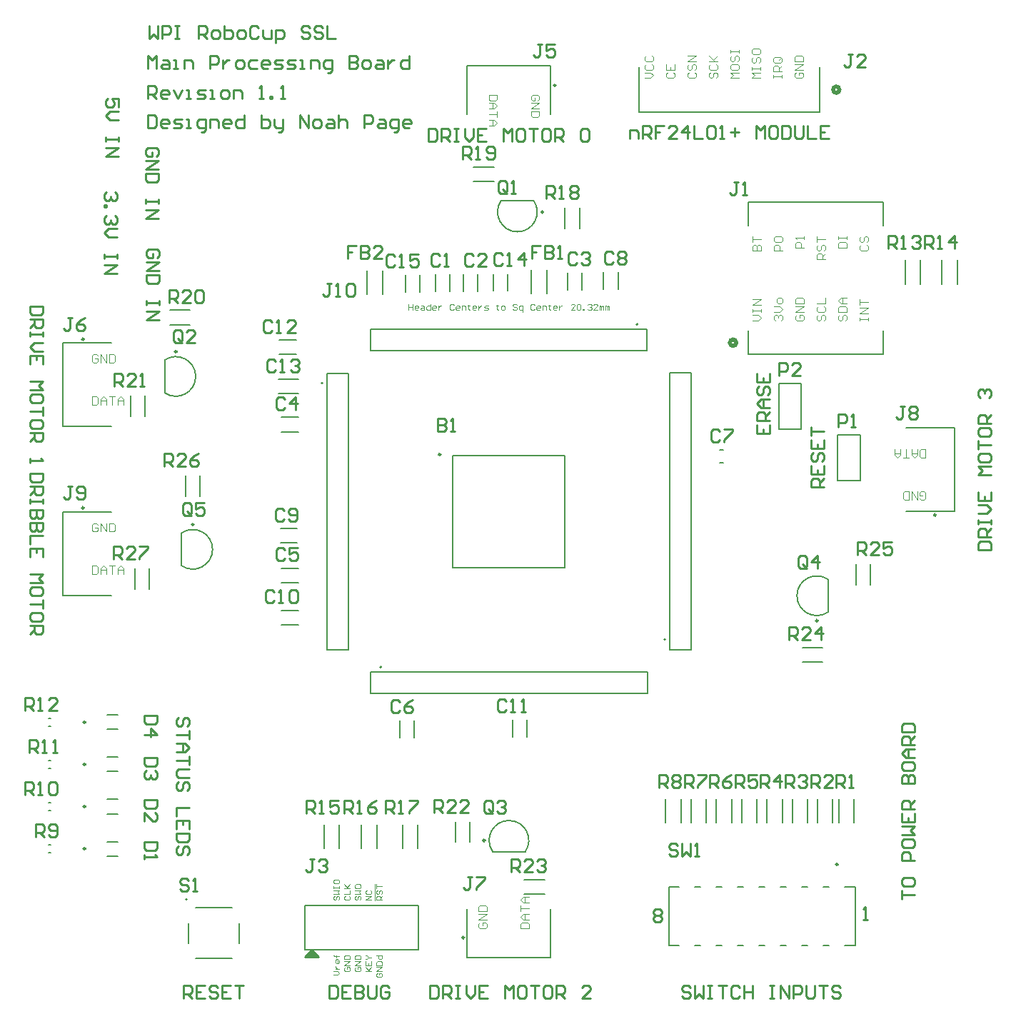
<source format=gto>
G04*
G04 #@! TF.GenerationSoftware,Altium Limited,Altium Designer,22.9.1 (49)*
G04*
G04 Layer_Color=65535*
%FSLAX44Y44*%
%MOMM*%
G71*
G04*
G04 #@! TF.SameCoordinates,63DD9504-EA5A-40A3-A547-44A0B6CD77F8*
G04*
G04*
G04 #@! TF.FilePolarity,Positive*
G04*
G01*
G75*
%ADD10C,0.2500*%
%ADD11C,0.5080*%
%ADD12C,0.2000*%
%ADD13C,0.2540*%
%ADD14C,0.1524*%
%ADD15C,0.1000*%
%ADD16C,0.1270*%
D10*
X519000Y667500D02*
G03*
X519000Y667500I-1250J0D01*
G01*
X655500Y1105250D02*
G03*
X655500Y1105250I-1250J0D01*
G01*
X96000Y804250D02*
G03*
X96000Y804250I-1250J0D01*
G01*
X547000Y94750D02*
G03*
X547000Y94750I-1250J0D01*
G01*
X1106500Y595750D02*
G03*
X1106500Y595750I-1250J0D01*
G01*
X96000Y604250D02*
G03*
X96000Y604250I-1250J0D01*
G01*
X640750Y955000D02*
G03*
X640750Y955000I-1250J0D01*
G01*
X206250Y789500D02*
G03*
X206250Y789500I-1250J0D01*
G01*
X571750Y210000D02*
G03*
X571750Y210000I-1250J0D01*
G01*
X966250Y470500D02*
G03*
X966250Y470500I-1250J0D01*
G01*
X226250Y584500D02*
G03*
X226250Y584500I-1250J0D01*
G01*
X97750Y200000D02*
G03*
X97750Y200000I-1250J0D01*
G01*
Y250000D02*
G03*
X97750Y250000I-1250J0D01*
G01*
Y300000D02*
G03*
X97750Y300000I-1250J0D01*
G01*
Y350000D02*
G03*
X97750Y350000I-1250J0D01*
G01*
X990150Y181300D02*
G03*
X990150Y181300I-1250J0D01*
G01*
D11*
X869520Y800000D02*
G03*
X869520Y800000I-3810J0D01*
G01*
X991910Y1100000D02*
G03*
X991910Y1100000I-3810J0D01*
G01*
D12*
X379400Y752025D02*
G03*
X379400Y752025I-1000J0D01*
G01*
X785800Y447975D02*
G03*
X785800Y447975I-1000J0D01*
G01*
X448975Y415200D02*
G03*
X448975Y415200I-1000J0D01*
G01*
X753025Y821600D02*
G03*
X753025Y821600I-1000J0D01*
G01*
X218500Y140040D02*
G03*
X218500Y140040I-1000J0D01*
G01*
X590661Y968352D02*
G03*
X629337Y968355I19339J-13352D01*
G01*
X191649Y740661D02*
G03*
X191645Y779337I13352J19339D01*
G01*
X619339Y196649D02*
G03*
X580663Y196645I-19339J13352D01*
G01*
X978352Y519339D02*
G03*
X978355Y480663I-13352J-19339D01*
G01*
X211649Y535661D02*
G03*
X211645Y574337I13352J19339D01*
G01*
X533500Y666500D02*
X666500D01*
Y533500D02*
Y666500D01*
X533500Y533500D02*
X666500D01*
X533500D02*
Y666500D01*
X530000Y860939D02*
Y881061D01*
X513000Y860939D02*
Y881061D01*
X563000Y860939D02*
Y881061D01*
X546000Y860939D02*
Y881061D01*
X686250Y862689D02*
Y882811D01*
X669250Y862689D02*
Y882811D01*
X329939Y711500D02*
X350061D01*
X329939Y694500D02*
X350061D01*
X329939Y532750D02*
X350061D01*
X329939Y515750D02*
X350061D01*
X470250Y331689D02*
Y351811D01*
X487250Y331689D02*
Y351811D01*
X729250Y863439D02*
Y883561D01*
X712250Y863439D02*
Y883561D01*
X328939Y579500D02*
X349061D01*
X328939Y562500D02*
X349061D01*
X329939Y482750D02*
X350061D01*
X329939Y465750D02*
X350061D01*
X604250Y332439D02*
Y352561D01*
X621250Y332439D02*
Y352561D01*
X327689Y803250D02*
X347811D01*
X327689Y786250D02*
X347811D01*
X598250Y861439D02*
Y881561D01*
X581250Y861439D02*
Y881561D01*
X494250Y860189D02*
Y880311D01*
X477250Y860189D02*
Y880311D01*
X850000Y658000D02*
X854500D01*
X850000Y672500D02*
X854500D01*
X380439Y200439D02*
Y228561D01*
X398561Y200439D02*
Y228561D01*
X425189Y200439D02*
Y228561D01*
X443311Y200439D02*
Y228561D01*
X473939Y200439D02*
Y228561D01*
X492061Y200439D02*
Y228561D01*
X53750Y204500D02*
X56250D01*
X53750Y195500D02*
X56250D01*
X53750Y254500D02*
X56250D01*
X53750Y245500D02*
X56250D01*
X53750Y304500D02*
X56250D01*
X53750Y295500D02*
X56250D01*
X53750Y354500D02*
X56250D01*
X53750Y345500D02*
X56250D01*
X683561Y935669D02*
Y959791D01*
X666439Y935669D02*
Y959791D01*
X557939Y1008561D02*
X582061D01*
X557939Y991439D02*
X582061D01*
X197939Y838561D02*
X222061D01*
X197939Y821439D02*
X222061D01*
X151439Y712939D02*
Y737061D01*
X168561Y712939D02*
Y737061D01*
X536439Y207939D02*
Y232061D01*
X553561Y207939D02*
Y232061D01*
X617939Y146439D02*
X642061D01*
X617939Y163561D02*
X642061D01*
X947939Y421439D02*
X972061D01*
X947939Y438561D02*
X972061D01*
X1028561Y512939D02*
Y537061D01*
X1011439Y512939D02*
Y537061D01*
X216439Y617939D02*
Y642061D01*
X233561Y617939D02*
Y642061D01*
X156439Y507939D02*
Y532061D01*
X173561Y507939D02*
Y532061D01*
X326439Y739439D02*
X350561D01*
X326439Y756561D02*
X350561D01*
X989800Y690350D02*
X1016700D01*
X989800Y636550D02*
Y690350D01*
Y636550D02*
X1016700D01*
Y690350D01*
X919800Y751400D02*
X946700D01*
X919800Y697600D02*
Y751400D01*
Y697600D02*
X946700D01*
Y751400D01*
X990939Y230939D02*
Y259061D01*
X1009061Y230939D02*
Y259061D01*
X965939Y230939D02*
Y259061D01*
X984061Y230939D02*
Y259061D01*
X935939Y230939D02*
Y259061D01*
X954061Y230939D02*
Y259061D01*
X905939Y230939D02*
Y259061D01*
X924061Y230939D02*
Y259061D01*
X875939Y230939D02*
Y259061D01*
X894061Y230939D02*
Y259061D01*
X845939Y230939D02*
Y259061D01*
X864061Y230939D02*
Y259061D01*
X815939Y230939D02*
Y259061D01*
X834061Y230939D02*
Y259061D01*
X785939Y230939D02*
Y259061D01*
X804061Y230939D02*
Y259061D01*
X1069939Y869689D02*
Y897811D01*
X1088061Y869689D02*
Y897811D01*
X1113439Y869689D02*
Y897811D01*
X1131561Y869689D02*
Y897811D01*
X626709Y857959D02*
Y886541D01*
X645291Y857959D02*
Y886541D01*
X431459Y857209D02*
Y885791D01*
X450041Y857209D02*
Y885791D01*
X550500Y1071250D02*
Y1128750D01*
X649500D01*
Y1071250D02*
Y1128750D01*
X71250Y700500D02*
X128750D01*
X71250D02*
Y799500D01*
X128750D01*
X649500Y71250D02*
Y128750D01*
X550500Y71250D02*
X649500D01*
X550500D02*
Y128750D01*
X1071250Y699500D02*
X1128750D01*
Y600500D02*
Y699500D01*
X1071250Y600500D02*
X1128750D01*
X71250Y500500D02*
X128750D01*
X71250D02*
Y599500D01*
X128750D01*
X590663Y968350D02*
X629337D01*
X191650Y740663D02*
Y779337D01*
X580663Y196650D02*
X619337D01*
X978350Y480663D02*
Y519337D01*
X211650Y535663D02*
Y574337D01*
X123750Y191500D02*
X136250D01*
X123750Y208500D02*
X136250D01*
X123750Y241500D02*
X136250D01*
X123750Y258500D02*
X136250D01*
X123750Y291500D02*
X136250D01*
X123750Y308500D02*
X136250D01*
X123750Y341500D02*
X136250D01*
X123750Y358500D02*
X136250D01*
X998300Y85250D02*
X1010450D01*
X972900D02*
X979500D01*
X947500D02*
X954100D01*
X922100D02*
X928700D01*
X896700D02*
X903300D01*
X871300D02*
X877900D01*
X845900D02*
X852500D01*
X820500D02*
X827100D01*
X789550D02*
X801700D01*
X789550D02*
Y154750D01*
X998300D02*
X1010450D01*
X972900D02*
X979500D01*
X947500D02*
X954100D01*
X922100D02*
X928700D01*
X896700D02*
X903300D01*
X871300D02*
X877900D01*
X845900D02*
X852500D01*
X820500D02*
X827100D01*
X789550D02*
X801700D01*
X1010450Y85250D02*
Y154750D01*
D13*
X360000Y74000D02*
X372000D01*
X360000D02*
X362000Y76000D01*
X370000D01*
X366000Y72000D02*
X370000Y76000D01*
X366000Y72000D02*
Y80000D01*
X358000Y72000D02*
X374000D01*
X366000Y80000D02*
X374000Y72000D01*
X366000Y80000D02*
X366000D01*
X358000Y72000D02*
X366000Y80000D01*
X182828Y900740D02*
X185368Y903279D01*
Y908357D01*
X182828Y910896D01*
X172672D01*
X170133Y908357D01*
Y903279D01*
X172672Y900740D01*
X177750D01*
Y905818D01*
X170133Y895661D02*
X185368D01*
X170133Y885505D01*
X185368D01*
Y880426D02*
X170133D01*
Y872809D01*
X172672Y870270D01*
X182828D01*
X185368Y872809D01*
Y880426D01*
Y849956D02*
Y844878D01*
Y847417D01*
X170133D01*
Y849956D01*
Y844878D01*
Y837260D02*
X185368D01*
X170133Y827104D01*
X185368D01*
X182078Y1020490D02*
X184618Y1023029D01*
Y1028107D01*
X182078Y1030646D01*
X171922D01*
X169382Y1028107D01*
Y1023029D01*
X171922Y1020490D01*
X177000D01*
Y1025568D01*
X169382Y1015411D02*
X184618D01*
X169382Y1005255D01*
X184618D01*
Y1000176D02*
X169382D01*
Y992559D01*
X171922Y990020D01*
X182078D01*
X184618Y992559D01*
Y1000176D01*
Y969706D02*
Y964628D01*
Y967167D01*
X169382D01*
Y969706D01*
Y964628D01*
Y957010D02*
X184618D01*
X169382Y946853D01*
X184618D01*
X133078Y978494D02*
X135618Y975955D01*
Y970877D01*
X133078Y968338D01*
X130539D01*
X128000Y970877D01*
Y973416D01*
Y970877D01*
X125461Y968338D01*
X122922D01*
X120382Y970877D01*
Y975955D01*
X122922Y978494D01*
X120382Y963259D02*
X122922D01*
Y960720D01*
X120382D01*
Y963259D01*
X133078Y950563D02*
X135618Y948024D01*
Y942946D01*
X133078Y940407D01*
X130539D01*
X128000Y942946D01*
Y945485D01*
Y942946D01*
X125461Y940407D01*
X122922D01*
X120382Y942946D01*
Y948024D01*
X122922Y950563D01*
X135618Y935328D02*
X125461D01*
X120382Y930250D01*
X125461Y925172D01*
X135618D01*
Y904858D02*
Y899780D01*
Y902319D01*
X120382D01*
Y904858D01*
Y899780D01*
Y892162D02*
X135618D01*
X120382Y882006D01*
X135618D01*
X136868Y1079372D02*
Y1089529D01*
X129250D01*
X131789Y1084451D01*
Y1081911D01*
X129250Y1079372D01*
X124172D01*
X121632Y1081911D01*
Y1086990D01*
X124172Y1089529D01*
X136868Y1074294D02*
X126711D01*
X121632Y1069215D01*
X126711Y1064137D01*
X136868D01*
Y1043824D02*
Y1038745D01*
Y1041284D01*
X121632D01*
Y1043824D01*
Y1038745D01*
Y1031128D02*
X136868D01*
X121632Y1020971D01*
X136868D01*
X894133Y702858D02*
Y692701D01*
X909368D01*
Y702858D01*
X901750Y692701D02*
Y697780D01*
X909368Y707937D02*
X894133D01*
Y715554D01*
X896672Y718093D01*
X901750D01*
X904289Y715554D01*
Y707937D01*
Y713015D02*
X909368Y718093D01*
Y723172D02*
X899211D01*
X894133Y728250D01*
X899211Y733328D01*
X909368D01*
X901750D01*
Y723172D01*
X896672Y748563D02*
X894133Y746024D01*
Y740946D01*
X896672Y738407D01*
X899211D01*
X901750Y740946D01*
Y746024D01*
X904289Y748563D01*
X906828D01*
X909368Y746024D01*
Y740946D01*
X906828Y738407D01*
X894133Y763799D02*
Y753642D01*
X909368D01*
Y763799D01*
X901750Y753642D02*
Y758720D01*
X973118Y628951D02*
X957883D01*
Y636569D01*
X960422Y639108D01*
X965500D01*
X968039Y636569D01*
Y628951D01*
Y634030D02*
X973118Y639108D01*
X957883Y654343D02*
Y644187D01*
X973118D01*
Y654343D01*
X965500Y644187D02*
Y649265D01*
X960422Y669578D02*
X957883Y667039D01*
Y661961D01*
X960422Y659422D01*
X962961D01*
X965500Y661961D01*
Y667039D01*
X968039Y669578D01*
X970578D01*
X973118Y667039D01*
Y661961D01*
X970578Y659422D01*
X957883Y684813D02*
Y674657D01*
X973118D01*
Y684813D01*
X965500Y674657D02*
Y679735D01*
X957883Y689892D02*
Y700049D01*
Y694970D01*
X973118D01*
X218328Y344847D02*
X220868Y347386D01*
Y352464D01*
X218328Y355004D01*
X215789D01*
X213250Y352464D01*
Y347386D01*
X210711Y344847D01*
X208172D01*
X205632Y347386D01*
Y352464D01*
X208172Y355004D01*
X220868Y339769D02*
Y329612D01*
Y334690D01*
X205632D01*
Y324534D02*
X215789D01*
X220868Y319455D01*
X215789Y314377D01*
X205632D01*
X213250D01*
Y324534D01*
X220868Y309298D02*
Y299142D01*
Y304220D01*
X205632D01*
X220868Y294063D02*
X208172D01*
X205632Y291524D01*
Y286446D01*
X208172Y283907D01*
X220868D01*
X218328Y268672D02*
X220868Y271211D01*
Y276289D01*
X218328Y278828D01*
X215789D01*
X213250Y276289D01*
Y271211D01*
X210711Y268672D01*
X208172D01*
X205632Y271211D01*
Y276289D01*
X208172Y278828D01*
X220868Y248358D02*
X205632D01*
Y238202D01*
X220868Y222966D02*
Y233123D01*
X205632D01*
Y222966D01*
X213250Y233123D02*
Y228045D01*
X220868Y217888D02*
X205632D01*
Y210271D01*
X208172Y207731D01*
X218328D01*
X220868Y210271D01*
Y217888D01*
X218328Y192496D02*
X220868Y195035D01*
Y200114D01*
X218328Y202653D01*
X215789D01*
X213250Y200114D01*
Y195035D01*
X210711Y192496D01*
X208172D01*
X205632Y195035D01*
Y200114D01*
X208172Y202653D01*
X770790Y126236D02*
X773329Y128775D01*
X778408D01*
X780947Y126236D01*
Y123697D01*
X778408Y121158D01*
X780947Y118618D01*
Y116079D01*
X778408Y113540D01*
X773329D01*
X770790Y116079D01*
Y118618D01*
X773329Y121158D01*
X770790Y123697D01*
Y126236D01*
X773329Y121158D02*
X778408D01*
X1020290Y115540D02*
X1025368D01*
X1022829D01*
Y130775D01*
X1020290Y128236D01*
X1066133Y140144D02*
Y150300D01*
Y145222D01*
X1081367D01*
X1066133Y162996D02*
Y157918D01*
X1068672Y155379D01*
X1078828D01*
X1081367Y157918D01*
Y162996D01*
X1078828Y165536D01*
X1068672D01*
X1066133Y162996D01*
X1081367Y185849D02*
X1066133D01*
Y193466D01*
X1068672Y196006D01*
X1073750D01*
X1076289Y193466D01*
Y185849D01*
X1066133Y208701D02*
Y203623D01*
X1068672Y201084D01*
X1078828D01*
X1081367Y203623D01*
Y208701D01*
X1078828Y211241D01*
X1068672D01*
X1066133Y208701D01*
Y216319D02*
X1081367D01*
X1076289Y221397D01*
X1081367Y226476D01*
X1066133D01*
Y241711D02*
Y231554D01*
X1081367D01*
Y241711D01*
X1073750Y231554D02*
Y236632D01*
X1081367Y246789D02*
X1066133D01*
Y254407D01*
X1068672Y256946D01*
X1073750D01*
X1076289Y254407D01*
Y246789D01*
Y251868D02*
X1081367Y256946D01*
X1066133Y277259D02*
X1081367D01*
Y284877D01*
X1078828Y287416D01*
X1076289D01*
X1073750Y284877D01*
Y277259D01*
Y284877D01*
X1071211Y287416D01*
X1068672D01*
X1066133Y284877D01*
Y277259D01*
Y300112D02*
Y295034D01*
X1068672Y292494D01*
X1078828D01*
X1081367Y295034D01*
Y300112D01*
X1078828Y302651D01*
X1068672D01*
X1066133Y300112D01*
X1081367Y307729D02*
X1071211D01*
X1066133Y312808D01*
X1071211Y317886D01*
X1081367D01*
X1073750D01*
Y307729D01*
X1081367Y322965D02*
X1066133D01*
Y330582D01*
X1068672Y333121D01*
X1073750D01*
X1076289Y330582D01*
Y322965D01*
Y328043D02*
X1081367Y333121D01*
X1066133Y338200D02*
X1081367D01*
Y345817D01*
X1078828Y348356D01*
X1068672D01*
X1066133Y345817D01*
Y338200D01*
X815207Y35078D02*
X812668Y37617D01*
X807590D01*
X805050Y35078D01*
Y32539D01*
X807590Y30000D01*
X812668D01*
X815207Y27461D01*
Y24922D01*
X812668Y22383D01*
X807590D01*
X805050Y24922D01*
X820285Y37617D02*
Y22383D01*
X825364Y27461D01*
X830442Y22383D01*
Y37617D01*
X835521D02*
X840599D01*
X838060D01*
Y22383D01*
X835521D01*
X840599D01*
X848216Y37617D02*
X858373D01*
X853295D01*
Y22383D01*
X873608Y35078D02*
X871069Y37617D01*
X865991D01*
X863452Y35078D01*
Y24922D01*
X865991Y22383D01*
X871069D01*
X873608Y24922D01*
X878687Y37617D02*
Y22383D01*
Y30000D01*
X888843D01*
Y37617D01*
Y22383D01*
X909157Y37617D02*
X914235D01*
X911696D01*
Y22383D01*
X909157D01*
X914235D01*
X921853D02*
Y37617D01*
X932009Y22383D01*
Y37617D01*
X937088Y22383D02*
Y37617D01*
X944705D01*
X947244Y35078D01*
Y30000D01*
X944705Y27461D01*
X937088D01*
X952323Y37617D02*
Y24922D01*
X954862Y22383D01*
X959940D01*
X962479Y24922D01*
Y37617D01*
X967558D02*
X977715D01*
X972636D01*
Y22383D01*
X992950Y35078D02*
X990410Y37617D01*
X985332D01*
X982793Y35078D01*
Y32539D01*
X985332Y30000D01*
X990410D01*
X992950Y27461D01*
Y24922D01*
X990410Y22383D01*
X985332D01*
X982793Y24922D01*
X504781Y1053617D02*
Y1038382D01*
X512398D01*
X514938Y1040922D01*
Y1051078D01*
X512398Y1053617D01*
X504781D01*
X520016Y1038382D02*
Y1053617D01*
X527633D01*
X530173Y1051078D01*
Y1046000D01*
X527633Y1043461D01*
X520016D01*
X525094D02*
X530173Y1038382D01*
X535251Y1053617D02*
X540329D01*
X537790D01*
Y1038382D01*
X535251D01*
X540329D01*
X547947Y1053617D02*
Y1043461D01*
X553025Y1038382D01*
X558104Y1043461D01*
Y1053617D01*
X573339D02*
X563182D01*
Y1038382D01*
X573339D01*
X563182Y1046000D02*
X568260D01*
X593652Y1038382D02*
Y1053617D01*
X598730Y1048539D01*
X603809Y1053617D01*
Y1038382D01*
X616505Y1053617D02*
X611426D01*
X608887Y1051078D01*
Y1040922D01*
X611426Y1038382D01*
X616505D01*
X619044Y1040922D01*
Y1051078D01*
X616505Y1053617D01*
X624122D02*
X634279D01*
X629201D01*
Y1038382D01*
X646975Y1053617D02*
X641897D01*
X639357Y1051078D01*
Y1040922D01*
X641897Y1038382D01*
X646975D01*
X649514Y1040922D01*
Y1051078D01*
X646975Y1053617D01*
X654592Y1038382D02*
Y1053617D01*
X662210D01*
X664749Y1051078D01*
Y1046000D01*
X662210Y1043461D01*
X654592D01*
X659671D02*
X664749Y1038382D01*
X685062Y1051078D02*
X687602Y1053617D01*
X692680D01*
X695219Y1051078D01*
Y1040922D01*
X692680Y1038382D01*
X687602D01*
X685062Y1040922D01*
Y1051078D01*
X47618Y842680D02*
X32383D01*
Y835062D01*
X34922Y832523D01*
X45078D01*
X47618Y835062D01*
Y842680D01*
X32383Y827445D02*
X47618D01*
Y819827D01*
X45078Y817288D01*
X40000D01*
X37461Y819827D01*
Y827445D01*
Y822367D02*
X32383Y817288D01*
X47618Y812210D02*
Y807132D01*
Y809671D01*
X32383D01*
Y812210D01*
Y807132D01*
X47618Y799514D02*
X37461D01*
X32383Y794436D01*
X37461Y789357D01*
X47618D01*
Y774122D02*
Y784279D01*
X32383D01*
Y774122D01*
X40000Y784279D02*
Y779201D01*
X32383Y753809D02*
X47618D01*
X42539Y748730D01*
X47618Y743652D01*
X32383D01*
X47618Y730956D02*
Y736034D01*
X45078Y738574D01*
X34922D01*
X32383Y736034D01*
Y730956D01*
X34922Y728417D01*
X45078D01*
X47618Y730956D01*
Y723339D02*
Y713182D01*
Y718260D01*
X32383D01*
X47618Y700486D02*
Y705564D01*
X45078Y708103D01*
X34922D01*
X32383Y705564D01*
Y700486D01*
X34922Y697947D01*
X45078D01*
X47618Y700486D01*
X32383Y692868D02*
X47618D01*
Y685251D01*
X45078Y682712D01*
X40000D01*
X37461Y685251D01*
Y692868D01*
Y687790D02*
X32383Y682712D01*
Y662398D02*
Y657320D01*
Y659859D01*
X47618D01*
X45078Y662398D01*
X47618Y645219D02*
X32383D01*
Y637602D01*
X34922Y635062D01*
X45078D01*
X47618Y637602D01*
Y645219D01*
X32383Y629984D02*
X47618D01*
Y622366D01*
X45078Y619827D01*
X40000D01*
X37461Y622366D01*
Y629984D01*
Y624906D02*
X32383Y619827D01*
X47618Y614749D02*
Y609671D01*
Y612210D01*
X32383D01*
Y614749D01*
Y609671D01*
X47618Y602053D02*
X32383D01*
Y594436D01*
X34922Y591896D01*
X37461D01*
X40000Y594436D01*
Y602053D01*
Y594436D01*
X42539Y591896D01*
X45078D01*
X47618Y594436D01*
Y602053D01*
Y586818D02*
X32383D01*
Y579201D01*
X34922Y576661D01*
X37461D01*
X40000Y579201D01*
Y586818D01*
Y579201D01*
X42539Y576661D01*
X45078D01*
X47618Y579201D01*
Y586818D01*
Y571583D02*
X32383D01*
Y561426D01*
X47618Y546191D02*
Y556348D01*
X32383D01*
Y546191D01*
X40000Y556348D02*
Y551270D01*
X32383Y525878D02*
X47618D01*
X42539Y520799D01*
X47618Y515721D01*
X32383D01*
X47618Y503025D02*
Y508103D01*
X45078Y510643D01*
X34922D01*
X32383Y508103D01*
Y503025D01*
X34922Y500486D01*
X45078D01*
X47618Y503025D01*
Y495408D02*
Y485251D01*
Y490329D01*
X32383D01*
X47618Y472555D02*
Y477633D01*
X45078Y480173D01*
X34922D01*
X32383Y477633D01*
Y472555D01*
X34922Y470016D01*
X45078D01*
X47618Y472555D01*
X32383Y464938D02*
X47618D01*
Y457320D01*
X45078Y454781D01*
X40000D01*
X37461Y457320D01*
Y464938D01*
Y459859D02*
X32383Y454781D01*
X742928Y1042383D02*
Y1052539D01*
X750546D01*
X753085Y1050000D01*
Y1042383D01*
X758163D02*
Y1057617D01*
X765781D01*
X768320Y1055078D01*
Y1050000D01*
X765781Y1047461D01*
X758163D01*
X763242D02*
X768320Y1042383D01*
X783555Y1057617D02*
X773398D01*
Y1050000D01*
X778477D01*
X773398D01*
Y1042383D01*
X798790D02*
X788633D01*
X798790Y1052539D01*
Y1055078D01*
X796251Y1057617D01*
X791173D01*
X788633Y1055078D01*
X811486Y1042383D02*
Y1057617D01*
X803868Y1050000D01*
X814025D01*
X819104Y1057617D02*
Y1042383D01*
X829260D01*
X834339Y1055078D02*
X836878Y1057617D01*
X841956D01*
X844495Y1055078D01*
Y1044922D01*
X841956Y1042383D01*
X836878D01*
X834339Y1044922D01*
Y1055078D01*
X849574Y1042383D02*
X854652D01*
X852113D01*
Y1057617D01*
X849574Y1055078D01*
X862270Y1050000D02*
X872426D01*
X867348Y1055078D02*
Y1044922D01*
X892740Y1042383D02*
Y1057617D01*
X897818Y1052539D01*
X902896Y1057617D01*
Y1042383D01*
X915592Y1057617D02*
X910514D01*
X907975Y1055078D01*
Y1044922D01*
X910514Y1042383D01*
X915592D01*
X918131Y1044922D01*
Y1055078D01*
X915592Y1057617D01*
X923210D02*
Y1042383D01*
X930827D01*
X933367Y1044922D01*
Y1055078D01*
X930827Y1057617D01*
X923210D01*
X938445D02*
Y1044922D01*
X940984Y1042383D01*
X946062D01*
X948602Y1044922D01*
Y1057617D01*
X953680D02*
Y1042383D01*
X963837D01*
X979072Y1057617D02*
X968915D01*
Y1042383D01*
X979072D01*
X968915Y1050000D02*
X973994D01*
X1156382Y554781D02*
X1171618D01*
Y562398D01*
X1169078Y564938D01*
X1158922D01*
X1156382Y562398D01*
Y554781D01*
X1171618Y570016D02*
X1156382D01*
Y577633D01*
X1158922Y580173D01*
X1164000D01*
X1166539Y577633D01*
Y570016D01*
Y575094D02*
X1171618Y580173D01*
X1156382Y585251D02*
Y590329D01*
Y587790D01*
X1171618D01*
Y585251D01*
Y590329D01*
X1156382Y597947D02*
X1166539D01*
X1171618Y603025D01*
X1166539Y608103D01*
X1156382D01*
Y623339D02*
Y613182D01*
X1171618D01*
Y623339D01*
X1164000Y613182D02*
Y618260D01*
X1171618Y643652D02*
X1156382D01*
X1161461Y648730D01*
X1156382Y653809D01*
X1171618D01*
X1156382Y666505D02*
Y661426D01*
X1158922Y658887D01*
X1169078D01*
X1171618Y661426D01*
Y666505D01*
X1169078Y669044D01*
X1158922D01*
X1156382Y666505D01*
Y674122D02*
Y684279D01*
Y679201D01*
X1171618D01*
X1156382Y696975D02*
Y691896D01*
X1158922Y689357D01*
X1169078D01*
X1171618Y691896D01*
Y696975D01*
X1169078Y699514D01*
X1158922D01*
X1156382Y696975D01*
X1171618Y704592D02*
X1156382D01*
Y712210D01*
X1158922Y714749D01*
X1164000D01*
X1166539Y712210D01*
Y704592D01*
Y709671D02*
X1171618Y714749D01*
X1158922Y735062D02*
X1156382Y737602D01*
Y742680D01*
X1158922Y745219D01*
X1161461D01*
X1164000Y742680D01*
Y740141D01*
Y742680D01*
X1166539Y745219D01*
X1169078D01*
X1171618Y742680D01*
Y737602D01*
X1169078Y735062D01*
X505781Y37617D02*
Y22383D01*
X513398D01*
X515938Y24922D01*
Y35078D01*
X513398Y37617D01*
X505781D01*
X521016Y22383D02*
Y37617D01*
X528633D01*
X531173Y35078D01*
Y30000D01*
X528633Y27461D01*
X521016D01*
X526094D02*
X531173Y22383D01*
X536251Y37617D02*
X541329D01*
X538790D01*
Y22383D01*
X536251D01*
X541329D01*
X548947Y37617D02*
Y27461D01*
X554025Y22383D01*
X559104Y27461D01*
Y37617D01*
X574339D02*
X564182D01*
Y22383D01*
X574339D01*
X564182Y30000D02*
X569260D01*
X594652Y22383D02*
Y37617D01*
X599730Y32539D01*
X604809Y37617D01*
Y22383D01*
X617505Y37617D02*
X612426D01*
X609887Y35078D01*
Y24922D01*
X612426Y22383D01*
X617505D01*
X620044Y24922D01*
Y35078D01*
X617505Y37617D01*
X625122D02*
X635279D01*
X630201D01*
Y22383D01*
X647975Y37617D02*
X642896D01*
X640357Y35078D01*
Y24922D01*
X642896Y22383D01*
X647975D01*
X650514Y24922D01*
Y35078D01*
X647975Y37617D01*
X655592Y22383D02*
Y37617D01*
X663210D01*
X665749Y35078D01*
Y30000D01*
X663210Y27461D01*
X655592D01*
X660671D02*
X665749Y22383D01*
X696219D02*
X686062D01*
X696219Y32539D01*
Y35078D01*
X693680Y37617D01*
X688602D01*
X686062Y35078D01*
X386451Y37617D02*
Y22383D01*
X394069D01*
X396608Y24922D01*
Y35078D01*
X394069Y37617D01*
X386451D01*
X411843D02*
X401687D01*
Y22383D01*
X411843D01*
X401687Y30000D02*
X406765D01*
X416922Y37617D02*
Y22383D01*
X424539D01*
X427078Y24922D01*
Y27461D01*
X424539Y30000D01*
X416922D01*
X424539D01*
X427078Y32539D01*
Y35078D01*
X424539Y37617D01*
X416922D01*
X432157D02*
Y24922D01*
X434696Y22383D01*
X439774D01*
X442313Y24922D01*
Y37617D01*
X457548Y35078D02*
X455009Y37617D01*
X449931D01*
X447392Y35078D01*
Y24922D01*
X449931Y22383D01*
X455009D01*
X457548Y24922D01*
Y30000D01*
X452470D01*
X214452Y22383D02*
Y37617D01*
X222069D01*
X224608Y35078D01*
Y30000D01*
X222069Y27461D01*
X214452D01*
X219530D02*
X224608Y22383D01*
X239843Y37617D02*
X229687D01*
Y22383D01*
X239843D01*
X229687Y30000D02*
X234765D01*
X255078Y35078D02*
X252539Y37617D01*
X247461D01*
X244922Y35078D01*
Y32539D01*
X247461Y30000D01*
X252539D01*
X255078Y27461D01*
Y24922D01*
X252539Y22383D01*
X247461D01*
X244922Y24922D01*
X270313Y37617D02*
X260157D01*
Y22383D01*
X270313D01*
X260157Y30000D02*
X265235D01*
X275392Y37617D02*
X285548D01*
X280470D01*
Y22383D01*
X172040Y1070103D02*
Y1054868D01*
X179657D01*
X182197Y1057408D01*
Y1067564D01*
X179657Y1070103D01*
X172040D01*
X194893Y1054868D02*
X189814D01*
X187275Y1057408D01*
Y1062486D01*
X189814Y1065025D01*
X194893D01*
X197432Y1062486D01*
Y1059947D01*
X187275D01*
X202510Y1054868D02*
X210128D01*
X212667Y1057408D01*
X210128Y1059947D01*
X205049D01*
X202510Y1062486D01*
X205049Y1065025D01*
X212667D01*
X217745Y1054868D02*
X222824D01*
X220284D01*
Y1065025D01*
X217745D01*
X235519Y1049790D02*
X238059D01*
X240598Y1052329D01*
Y1065025D01*
X232980D01*
X230441Y1062486D01*
Y1057408D01*
X232980Y1054868D01*
X240598D01*
X245676D02*
Y1065025D01*
X253294D01*
X255833Y1062486D01*
Y1054868D01*
X268529D02*
X263450D01*
X260911Y1057408D01*
Y1062486D01*
X263450Y1065025D01*
X268529D01*
X271068Y1062486D01*
Y1059947D01*
X260911D01*
X286303Y1070103D02*
Y1054868D01*
X278685D01*
X276146Y1057408D01*
Y1062486D01*
X278685Y1065025D01*
X286303D01*
X306616Y1070103D02*
Y1054868D01*
X314234D01*
X316773Y1057408D01*
Y1059947D01*
Y1062486D01*
X314234Y1065025D01*
X306616D01*
X321852D02*
Y1057408D01*
X324391Y1054868D01*
X332008D01*
Y1052329D01*
X329469Y1049790D01*
X326930D01*
X332008Y1054868D02*
Y1065025D01*
X352322Y1054868D02*
Y1070103D01*
X362478Y1054868D01*
Y1070103D01*
X370096Y1054868D02*
X375174D01*
X377714Y1057408D01*
Y1062486D01*
X375174Y1065025D01*
X370096D01*
X367557Y1062486D01*
Y1057408D01*
X370096Y1054868D01*
X385331Y1065025D02*
X390409D01*
X392948Y1062486D01*
Y1054868D01*
X385331D01*
X382792Y1057408D01*
X385331Y1059947D01*
X392948D01*
X398027Y1070103D02*
Y1054868D01*
Y1062486D01*
X400566Y1065025D01*
X405644D01*
X408184Y1062486D01*
Y1054868D01*
X428497D02*
Y1070103D01*
X436115D01*
X438654Y1067564D01*
Y1062486D01*
X436115Y1059947D01*
X428497D01*
X446271Y1065025D02*
X451350D01*
X453889Y1062486D01*
Y1054868D01*
X446271D01*
X443732Y1057408D01*
X446271Y1059947D01*
X453889D01*
X464045Y1049790D02*
X466585D01*
X469124Y1052329D01*
Y1065025D01*
X461506D01*
X458967Y1062486D01*
Y1057408D01*
X461506Y1054868D01*
X469124D01*
X481820D02*
X476741D01*
X474202Y1057408D01*
Y1062486D01*
X476741Y1065025D01*
X481820D01*
X484359Y1062486D01*
Y1059947D01*
X474202D01*
X172040Y1089790D02*
Y1105025D01*
X179657D01*
X182197Y1102486D01*
Y1097408D01*
X179657Y1094868D01*
X172040D01*
X177118D02*
X182197Y1089790D01*
X194893D02*
X189814D01*
X187275Y1092329D01*
Y1097408D01*
X189814Y1099947D01*
X194893D01*
X197432Y1097408D01*
Y1094868D01*
X187275D01*
X202510Y1099947D02*
X207589Y1089790D01*
X212667Y1099947D01*
X217745Y1089790D02*
X222824D01*
X220284D01*
Y1099947D01*
X217745D01*
X230441Y1089790D02*
X238059D01*
X240598Y1092329D01*
X238059Y1094868D01*
X232980D01*
X230441Y1097408D01*
X232980Y1099947D01*
X240598D01*
X245676Y1089790D02*
X250755D01*
X248215D01*
Y1099947D01*
X245676D01*
X260911Y1089790D02*
X265990D01*
X268529Y1092329D01*
Y1097408D01*
X265990Y1099947D01*
X260911D01*
X258372Y1097408D01*
Y1092329D01*
X260911Y1089790D01*
X273607D02*
Y1099947D01*
X281225D01*
X283764Y1097408D01*
Y1089790D01*
X304077D02*
X309156D01*
X306616D01*
Y1105025D01*
X304077Y1102486D01*
X316773Y1089790D02*
Y1092329D01*
X319312D01*
Y1089790D01*
X316773D01*
X329469D02*
X334547D01*
X332008D01*
Y1105025D01*
X329469Y1102486D01*
X172040Y1124868D02*
Y1140103D01*
X177118Y1135025D01*
X182197Y1140103D01*
Y1124868D01*
X189814Y1135025D02*
X194893D01*
X197432Y1132486D01*
Y1124868D01*
X189814D01*
X187275Y1127408D01*
X189814Y1129947D01*
X197432D01*
X202510Y1124868D02*
X207589D01*
X205049D01*
Y1135025D01*
X202510D01*
X215206Y1124868D02*
Y1135025D01*
X222824D01*
X225363Y1132486D01*
Y1124868D01*
X245676D02*
Y1140103D01*
X253294D01*
X255833Y1137564D01*
Y1132486D01*
X253294Y1129947D01*
X245676D01*
X260911Y1135025D02*
Y1124868D01*
Y1129947D01*
X263450Y1132486D01*
X265990Y1135025D01*
X268529D01*
X278685Y1124868D02*
X283764D01*
X286303Y1127408D01*
Y1132486D01*
X283764Y1135025D01*
X278685D01*
X276146Y1132486D01*
Y1127408D01*
X278685Y1124868D01*
X301538Y1135025D02*
X293921D01*
X291381Y1132486D01*
Y1127408D01*
X293921Y1124868D01*
X301538D01*
X314234D02*
X309156D01*
X306616Y1127408D01*
Y1132486D01*
X309156Y1135025D01*
X314234D01*
X316773Y1132486D01*
Y1129947D01*
X306616D01*
X321852Y1124868D02*
X329469D01*
X332008Y1127408D01*
X329469Y1129947D01*
X324391D01*
X321852Y1132486D01*
X324391Y1135025D01*
X332008D01*
X337087Y1124868D02*
X344704D01*
X347243Y1127408D01*
X344704Y1129947D01*
X339626D01*
X337087Y1132486D01*
X339626Y1135025D01*
X347243D01*
X352322Y1124868D02*
X357400D01*
X354861D01*
Y1135025D01*
X352322D01*
X365018Y1124868D02*
Y1135025D01*
X372635D01*
X375174Y1132486D01*
Y1124868D01*
X385331Y1119790D02*
X387870D01*
X390409Y1122329D01*
Y1135025D01*
X382792D01*
X380253Y1132486D01*
Y1127408D01*
X382792Y1124868D01*
X390409D01*
X410723Y1140103D02*
Y1124868D01*
X418340D01*
X420880Y1127408D01*
Y1129947D01*
X418340Y1132486D01*
X410723D01*
X418340D01*
X420880Y1135025D01*
Y1137564D01*
X418340Y1140103D01*
X410723D01*
X428497Y1124868D02*
X433575D01*
X436115Y1127408D01*
Y1132486D01*
X433575Y1135025D01*
X428497D01*
X425958Y1132486D01*
Y1127408D01*
X428497Y1124868D01*
X443732Y1135025D02*
X448811D01*
X451350Y1132486D01*
Y1124868D01*
X443732D01*
X441193Y1127408D01*
X443732Y1129947D01*
X451350D01*
X456428Y1135025D02*
Y1124868D01*
Y1129947D01*
X458967Y1132486D01*
X461506Y1135025D01*
X464045D01*
X481820Y1140103D02*
Y1124868D01*
X474202D01*
X471663Y1127408D01*
Y1132486D01*
X474202Y1135025D01*
X481820D01*
X173540Y1176103D02*
Y1160868D01*
X178618Y1165947D01*
X183697Y1160868D01*
Y1176103D01*
X188775Y1160868D02*
Y1176103D01*
X196393D01*
X198932Y1173564D01*
Y1168486D01*
X196393Y1165947D01*
X188775D01*
X204010Y1176103D02*
X209088D01*
X206549D01*
Y1160868D01*
X204010D01*
X209088D01*
X231941D02*
Y1176103D01*
X239559D01*
X242098Y1173564D01*
Y1168486D01*
X239559Y1165947D01*
X231941D01*
X237019D02*
X242098Y1160868D01*
X249715D02*
X254794D01*
X257333Y1163408D01*
Y1168486D01*
X254794Y1171025D01*
X249715D01*
X247176Y1168486D01*
Y1163408D01*
X249715Y1160868D01*
X262411Y1176103D02*
Y1160868D01*
X270029D01*
X272568Y1163408D01*
Y1165947D01*
Y1168486D01*
X270029Y1171025D01*
X262411D01*
X280186Y1160868D02*
X285264D01*
X287803Y1163408D01*
Y1168486D01*
X285264Y1171025D01*
X280186D01*
X277646Y1168486D01*
Y1163408D01*
X280186Y1160868D01*
X303038Y1173564D02*
X300499Y1176103D01*
X295421D01*
X292881Y1173564D01*
Y1163408D01*
X295421Y1160868D01*
X300499D01*
X303038Y1163408D01*
X308116Y1171025D02*
Y1163408D01*
X310656Y1160868D01*
X318273D01*
Y1171025D01*
X323352Y1155790D02*
Y1171025D01*
X330969D01*
X333508Y1168486D01*
Y1163408D01*
X330969Y1160868D01*
X323352D01*
X363978Y1173564D02*
X361439Y1176103D01*
X356361D01*
X353822Y1173564D01*
Y1171025D01*
X356361Y1168486D01*
X361439D01*
X363978Y1165947D01*
Y1163408D01*
X361439Y1160868D01*
X356361D01*
X353822Y1163408D01*
X379213Y1173564D02*
X376674Y1176103D01*
X371596D01*
X369057Y1173564D01*
Y1171025D01*
X371596Y1168486D01*
X376674D01*
X379213Y1165947D01*
Y1163408D01*
X376674Y1160868D01*
X371596D01*
X369057Y1163408D01*
X384292Y1176103D02*
Y1160868D01*
X394449D01*
X389050Y869870D02*
X383971D01*
X386511D01*
Y857174D01*
X383971Y854635D01*
X381432D01*
X378893Y857174D01*
X394128Y854635D02*
X399206D01*
X396667D01*
Y869870D01*
X394128Y867331D01*
X406824D02*
X409363Y869870D01*
X414441D01*
X416981Y867331D01*
Y857174D01*
X414441Y854635D01*
X409363D01*
X406824Y857174D01*
Y867331D01*
X800351Y204212D02*
X797812Y206751D01*
X792733D01*
X790194Y204212D01*
Y201673D01*
X792733Y199133D01*
X797812D01*
X800351Y196594D01*
Y194055D01*
X797812Y191516D01*
X792733D01*
X790194Y194055D01*
X805429Y206751D02*
Y191516D01*
X810507Y196594D01*
X815586Y191516D01*
Y206751D01*
X820664Y191516D02*
X825742D01*
X823203D01*
Y206751D01*
X820664Y204212D01*
X131318Y543306D02*
Y558541D01*
X138935D01*
X141475Y556002D01*
Y550924D01*
X138935Y548384D01*
X131318D01*
X136396D02*
X141475Y543306D01*
X156710D02*
X146553D01*
X156710Y553463D01*
Y556002D01*
X154171Y558541D01*
X149092D01*
X146553Y556002D01*
X161788Y558541D02*
X171945D01*
Y556002D01*
X161788Y545845D01*
Y543306D01*
X191516Y653288D02*
Y668523D01*
X199133D01*
X201673Y665984D01*
Y660906D01*
X199133Y658366D01*
X191516D01*
X196594D02*
X201673Y653288D01*
X216908D02*
X206751D01*
X216908Y663445D01*
Y665984D01*
X214369Y668523D01*
X209290D01*
X206751Y665984D01*
X232143Y668523D02*
X227064Y665984D01*
X221986Y660906D01*
Y655827D01*
X224525Y653288D01*
X229604D01*
X232143Y655827D01*
Y658366D01*
X229604Y660906D01*
X221986D01*
X1013015Y548241D02*
Y563476D01*
X1020632D01*
X1023172Y560937D01*
Y555858D01*
X1020632Y553319D01*
X1013015D01*
X1018093D02*
X1023172Y548241D01*
X1038407D02*
X1028250D01*
X1038407Y558398D01*
Y560937D01*
X1035868Y563476D01*
X1030789D01*
X1028250Y560937D01*
X1053642Y563476D02*
X1043485D01*
Y555858D01*
X1048564Y558398D01*
X1051103D01*
X1053642Y555858D01*
Y550780D01*
X1051103Y548241D01*
X1046024D01*
X1043485Y550780D01*
X932434Y447294D02*
Y462529D01*
X940051D01*
X942591Y459990D01*
Y454911D01*
X940051Y452372D01*
X932434D01*
X937512D02*
X942591Y447294D01*
X957826D02*
X947669D01*
X957826Y457451D01*
Y459990D01*
X955287Y462529D01*
X950208D01*
X947669Y459990D01*
X970522Y447294D02*
Y462529D01*
X962904Y454911D01*
X973061D01*
X602488Y172212D02*
Y187447D01*
X610106D01*
X612645Y184908D01*
Y179830D01*
X610106Y177290D01*
X602488D01*
X607566D02*
X612645Y172212D01*
X627880D02*
X617723D01*
X627880Y182369D01*
Y184908D01*
X625341Y187447D01*
X620262D01*
X617723Y184908D01*
X632958D02*
X635497Y187447D01*
X640576D01*
X643115Y184908D01*
Y182369D01*
X640576Y179830D01*
X638036D01*
X640576D01*
X643115Y177290D01*
Y174751D01*
X640576Y172212D01*
X635497D01*
X632958Y174751D01*
X511302Y243078D02*
Y258313D01*
X518919D01*
X521459Y255774D01*
Y250695D01*
X518919Y248156D01*
X511302D01*
X516380D02*
X521459Y243078D01*
X536694D02*
X526537D01*
X536694Y253235D01*
Y255774D01*
X534155Y258313D01*
X529076D01*
X526537Y255774D01*
X551929Y243078D02*
X541772D01*
X551929Y253235D01*
Y255774D01*
X549390Y258313D01*
X544311D01*
X541772Y255774D01*
X131572Y748284D02*
Y763519D01*
X139190D01*
X141729Y760980D01*
Y755901D01*
X139190Y753362D01*
X131572D01*
X136650D02*
X141729Y748284D01*
X156964D02*
X146807D01*
X156964Y758441D01*
Y760980D01*
X154425Y763519D01*
X149346D01*
X146807Y760980D01*
X162042Y748284D02*
X167120D01*
X164581D01*
Y763519D01*
X162042Y760980D01*
X197104Y847090D02*
Y862325D01*
X204722D01*
X207261Y859786D01*
Y854707D01*
X204722Y852168D01*
X197104D01*
X202182D02*
X207261Y847090D01*
X222496D02*
X212339D01*
X222496Y857247D01*
Y859786D01*
X219957Y862325D01*
X214878D01*
X212339Y859786D01*
X227574D02*
X230113Y862325D01*
X235192D01*
X237731Y859786D01*
Y849629D01*
X235192Y847090D01*
X230113D01*
X227574Y849629D01*
Y859786D01*
X544830Y1017270D02*
Y1032505D01*
X552448D01*
X554987Y1029966D01*
Y1024887D01*
X552448Y1022348D01*
X544830D01*
X549908D02*
X554987Y1017270D01*
X560065D02*
X565143D01*
X562604D01*
Y1032505D01*
X560065Y1029966D01*
X572761Y1019809D02*
X575300Y1017270D01*
X580378D01*
X582918Y1019809D01*
Y1029966D01*
X580378Y1032505D01*
X575300D01*
X572761Y1029966D01*
Y1027427D01*
X575300Y1024887D01*
X582918D01*
X643890Y970788D02*
Y986023D01*
X651507D01*
X654047Y983484D01*
Y978406D01*
X651507Y975866D01*
X643890D01*
X648968D02*
X654047Y970788D01*
X659125D02*
X664203D01*
X661664D01*
Y986023D01*
X659125Y983484D01*
X671821D02*
X674360Y986023D01*
X679438D01*
X681978Y983484D01*
Y980945D01*
X679438Y978406D01*
X681978Y975866D01*
Y973327D01*
X679438Y970788D01*
X674360D01*
X671821Y973327D01*
Y975866D01*
X674360Y978406D01*
X671821Y980945D01*
Y983484D01*
X674360Y978406D02*
X679438D01*
X453390Y242062D02*
Y257297D01*
X461007D01*
X463547Y254758D01*
Y249680D01*
X461007Y247140D01*
X453390D01*
X458468D02*
X463547Y242062D01*
X468625D02*
X473703D01*
X471164D01*
Y257297D01*
X468625Y254758D01*
X481321Y257297D02*
X491478D01*
Y254758D01*
X481321Y244601D01*
Y242062D01*
X404622D02*
Y257297D01*
X412239D01*
X414779Y254758D01*
Y249680D01*
X412239Y247140D01*
X404622D01*
X409700D02*
X414779Y242062D01*
X419857D02*
X424935D01*
X422396D01*
Y257297D01*
X419857Y254758D01*
X442710Y257297D02*
X437631Y254758D01*
X432553Y249680D01*
Y244601D01*
X435092Y242062D01*
X440171D01*
X442710Y244601D01*
Y247140D01*
X440171Y249680D01*
X432553D01*
X359918Y242062D02*
Y257297D01*
X367536D01*
X370075Y254758D01*
Y249680D01*
X367536Y247140D01*
X359918D01*
X364996D02*
X370075Y242062D01*
X375153D02*
X380231D01*
X377692D01*
Y257297D01*
X375153Y254758D01*
X398006Y257297D02*
X387849D01*
Y249680D01*
X392927Y252219D01*
X395466D01*
X398006Y249680D01*
Y244601D01*
X395466Y242062D01*
X390388D01*
X387849Y244601D01*
X1092962Y911352D02*
Y926587D01*
X1100580D01*
X1103119Y924048D01*
Y918969D01*
X1100580Y916430D01*
X1092962D01*
X1098040D02*
X1103119Y911352D01*
X1108197D02*
X1113275D01*
X1110736D01*
Y926587D01*
X1108197Y924048D01*
X1128511Y911352D02*
Y926587D01*
X1120893Y918969D01*
X1131050D01*
X1049528Y911352D02*
Y926587D01*
X1057145D01*
X1059685Y924048D01*
Y918969D01*
X1057145Y916430D01*
X1049528D01*
X1054606D02*
X1059685Y911352D01*
X1064763D02*
X1069841D01*
X1067302D01*
Y926587D01*
X1064763Y924048D01*
X1077459D02*
X1079998Y926587D01*
X1085077D01*
X1087616Y924048D01*
Y921509D01*
X1085077Y918969D01*
X1082537D01*
X1085077D01*
X1087616Y916430D01*
Y913891D01*
X1085077Y911352D01*
X1079998D01*
X1077459Y913891D01*
X26416Y364236D02*
Y379471D01*
X34034D01*
X36573Y376932D01*
Y371853D01*
X34034Y369314D01*
X26416D01*
X31494D02*
X36573Y364236D01*
X41651D02*
X46729D01*
X44190D01*
Y379471D01*
X41651Y376932D01*
X64504Y364236D02*
X54347D01*
X64504Y374393D01*
Y376932D01*
X61965Y379471D01*
X56886D01*
X54347Y376932D01*
X31496Y314198D02*
Y329433D01*
X39114D01*
X41653Y326894D01*
Y321815D01*
X39114Y319276D01*
X31496D01*
X36574D02*
X41653Y314198D01*
X46731D02*
X51809D01*
X49270D01*
Y329433D01*
X46731Y326894D01*
X59427Y314198D02*
X64505D01*
X61966D01*
Y329433D01*
X59427Y326894D01*
X26416Y264160D02*
Y279395D01*
X34034D01*
X36573Y276856D01*
Y271777D01*
X34034Y269238D01*
X26416D01*
X31494D02*
X36573Y264160D01*
X41651D02*
X46729D01*
X44190D01*
Y279395D01*
X41651Y276856D01*
X54347D02*
X56886Y279395D01*
X61965D01*
X64504Y276856D01*
Y266699D01*
X61965Y264160D01*
X56886D01*
X54347Y266699D01*
Y276856D01*
X39116Y214122D02*
Y229357D01*
X46733D01*
X49273Y226818D01*
Y221740D01*
X46733Y219200D01*
X39116D01*
X44194D02*
X49273Y214122D01*
X54351Y216661D02*
X56890Y214122D01*
X61969D01*
X64508Y216661D01*
Y226818D01*
X61969Y229357D01*
X56890D01*
X54351Y226818D01*
Y224279D01*
X56890Y221740D01*
X64508D01*
X778002Y272796D02*
Y288031D01*
X785620D01*
X788159Y285492D01*
Y280413D01*
X785620Y277874D01*
X778002D01*
X783080D02*
X788159Y272796D01*
X793237Y285492D02*
X795776Y288031D01*
X800855D01*
X803394Y285492D01*
Y282953D01*
X800855Y280413D01*
X803394Y277874D01*
Y275335D01*
X800855Y272796D01*
X795776D01*
X793237Y275335D01*
Y277874D01*
X795776Y280413D01*
X793237Y282953D01*
Y285492D01*
X795776Y280413D02*
X800855D01*
X808228Y272796D02*
Y288031D01*
X815845D01*
X818385Y285492D01*
Y280413D01*
X815845Y277874D01*
X808228D01*
X813306D02*
X818385Y272796D01*
X823463Y288031D02*
X833620D01*
Y285492D01*
X823463Y275335D01*
Y272796D01*
X838200D02*
Y288031D01*
X845817D01*
X848357Y285492D01*
Y280413D01*
X845817Y277874D01*
X838200D01*
X843278D02*
X848357Y272796D01*
X863592Y288031D02*
X858513Y285492D01*
X853435Y280413D01*
Y275335D01*
X855974Y272796D01*
X861053D01*
X863592Y275335D01*
Y277874D01*
X861053Y280413D01*
X853435D01*
X868172Y272796D02*
Y288031D01*
X875789D01*
X878329Y285492D01*
Y280413D01*
X875789Y277874D01*
X868172D01*
X873250D02*
X878329Y272796D01*
X893564Y288031D02*
X883407D01*
Y280413D01*
X888485Y282953D01*
X891025D01*
X893564Y280413D01*
Y275335D01*
X891025Y272796D01*
X885946D01*
X883407Y275335D01*
X898144Y272796D02*
Y288031D01*
X905761D01*
X908301Y285492D01*
Y280413D01*
X905761Y277874D01*
X898144D01*
X903222D02*
X908301Y272796D01*
X920997D02*
Y288031D01*
X913379Y280413D01*
X923536D01*
X928116Y272796D02*
Y288031D01*
X935733D01*
X938273Y285492D01*
Y280413D01*
X935733Y277874D01*
X928116D01*
X933194D02*
X938273Y272796D01*
X943351Y285492D02*
X945890Y288031D01*
X950969D01*
X953508Y285492D01*
Y282953D01*
X950969Y280413D01*
X948429D01*
X950969D01*
X953508Y277874D01*
Y275335D01*
X950969Y272796D01*
X945890D01*
X943351Y275335D01*
X958088Y272796D02*
Y288031D01*
X965705D01*
X968245Y285492D01*
Y280413D01*
X965705Y277874D01*
X958088D01*
X963166D02*
X968245Y272796D01*
X983480D02*
X973323D01*
X983480Y282953D01*
Y285492D01*
X980941Y288031D01*
X975862D01*
X973323Y285492D01*
X988314Y272796D02*
Y288031D01*
X995931D01*
X998471Y285492D01*
Y280413D01*
X995931Y277874D01*
X988314D01*
X993392D02*
X998471Y272796D01*
X1003549D02*
X1008627D01*
X1006088D01*
Y288031D01*
X1003549Y285492D01*
X223009Y597153D02*
Y607310D01*
X220469Y609849D01*
X215391D01*
X212852Y607310D01*
Y597153D01*
X215391Y594614D01*
X220469D01*
X217930Y599692D02*
X223009Y594614D01*
X220469D02*
X223009Y597153D01*
X238244Y609849D02*
X228087D01*
Y602231D01*
X233165Y604771D01*
X235705D01*
X238244Y602231D01*
Y597153D01*
X235705Y594614D01*
X230626D01*
X228087Y597153D01*
X953005Y534923D02*
Y545080D01*
X950465Y547619D01*
X945387D01*
X942848Y545080D01*
Y534923D01*
X945387Y532384D01*
X950465D01*
X947926Y537462D02*
X953005Y532384D01*
X950465D02*
X953005Y534923D01*
X965701Y532384D02*
Y547619D01*
X958083Y540001D01*
X968240D01*
X580820Y244924D02*
Y255081D01*
X578280Y257620D01*
X573202D01*
X570663Y255081D01*
Y244924D01*
X573202Y242385D01*
X578280D01*
X575741Y247463D02*
X580820Y242385D01*
X578280D02*
X580820Y244924D01*
X585898Y255081D02*
X588437Y257620D01*
X593516D01*
X596055Y255081D01*
Y252542D01*
X593516Y250002D01*
X590976D01*
X593516D01*
X596055Y247463D01*
Y244924D01*
X593516Y242385D01*
X588437D01*
X585898Y244924D01*
X212087Y802131D02*
Y812288D01*
X209548Y814827D01*
X204469D01*
X201930Y812288D01*
Y802131D01*
X204469Y799592D01*
X209548D01*
X207008Y804670D02*
X212087Y799592D01*
X209548D02*
X212087Y802131D01*
X227322Y799592D02*
X217165D01*
X227322Y809749D01*
Y812288D01*
X224783Y814827D01*
X219704D01*
X217165Y812288D01*
X597913Y979677D02*
Y989834D01*
X595373Y992373D01*
X590295D01*
X587756Y989834D01*
Y979677D01*
X590295Y977138D01*
X595373D01*
X592834Y982216D02*
X597913Y977138D01*
X595373D02*
X597913Y979677D01*
X602991Y977138D02*
X608069D01*
X605530D01*
Y992373D01*
X602991Y989834D01*
X919988Y761238D02*
Y776473D01*
X927606D01*
X930145Y773934D01*
Y768856D01*
X927606Y766316D01*
X919988D01*
X945380Y761238D02*
X935223D01*
X945380Y771395D01*
Y773934D01*
X942841Y776473D01*
X937762D01*
X935223Y773934D01*
X990169Y700153D02*
Y715388D01*
X997786D01*
X1000326Y712849D01*
Y707770D01*
X997786Y705231D01*
X990169D01*
X1005404Y700153D02*
X1010482D01*
X1007943D01*
Y715388D01*
X1005404Y712849D01*
X369390Y187498D02*
X364311D01*
X366851D01*
Y174802D01*
X364311Y172263D01*
X361772D01*
X359233Y174802D01*
X374468Y184959D02*
X377007Y187498D01*
X382086D01*
X384625Y184959D01*
Y182420D01*
X382086Y179881D01*
X379546D01*
X382086D01*
X384625Y177341D01*
Y174802D01*
X382086Y172263D01*
X377007D01*
X374468Y174802D01*
X1007021Y1142039D02*
X1001943D01*
X1004482D01*
Y1129343D01*
X1001943Y1126804D01*
X999404D01*
X996865Y1129343D01*
X1022256Y1126804D02*
X1012100D01*
X1022256Y1136960D01*
Y1139500D01*
X1019717Y1142039D01*
X1014639D01*
X1012100Y1139500D01*
X872184Y990114D02*
X867105D01*
X869644D01*
Y977418D01*
X867105Y974879D01*
X864566D01*
X862027Y977418D01*
X877262Y974879D02*
X882340D01*
X879801D01*
Y990114D01*
X877262Y987575D01*
X419097Y914649D02*
X408940D01*
Y907031D01*
X414018D01*
X408940D01*
Y899414D01*
X424175Y914649D02*
Y899414D01*
X431793D01*
X434332Y901953D01*
Y904492D01*
X431793Y907031D01*
X424175D01*
X431793D01*
X434332Y909571D01*
Y912110D01*
X431793Y914649D01*
X424175D01*
X449567Y899414D02*
X439410D01*
X449567Y909571D01*
Y912110D01*
X447028Y914649D01*
X441949D01*
X439410Y912110D01*
X637283Y915411D02*
X627126D01*
Y907794D01*
X632204D01*
X627126D01*
Y900176D01*
X642361Y915411D02*
Y900176D01*
X649979D01*
X652518Y902715D01*
Y905254D01*
X649979Y907794D01*
X642361D01*
X649979D01*
X652518Y910333D01*
Y912872D01*
X649979Y915411D01*
X642361D01*
X657596Y900176D02*
X662674D01*
X660135D01*
Y915411D01*
X657596Y912872D01*
X182446Y358001D02*
X167211D01*
Y350383D01*
X169750Y347844D01*
X179907D01*
X182446Y350383D01*
Y358001D01*
X167211Y335148D02*
X182446D01*
X174828Y342766D01*
Y332609D01*
X182446Y308001D02*
X167211D01*
Y300383D01*
X169750Y297844D01*
X179907D01*
X182446Y300383D01*
Y308001D01*
X179907Y292766D02*
X182446Y290227D01*
Y285148D01*
X179907Y282609D01*
X177368D01*
X174829Y285148D01*
Y287688D01*
Y285148D01*
X172289Y282609D01*
X169750D01*
X167211Y285148D01*
Y290227D01*
X169750Y292766D01*
X182446Y258001D02*
X167211D01*
Y250383D01*
X169750Y247844D01*
X179907D01*
X182446Y250383D01*
Y258001D01*
X167211Y232609D02*
Y242766D01*
X177368Y232609D01*
X179907D01*
X182446Y235148D01*
Y240227D01*
X179907Y242766D01*
X182446Y208001D02*
X167211D01*
Y200383D01*
X169750Y197844D01*
X179907D01*
X182446Y200383D01*
Y208001D01*
X167211Y192766D02*
Y187688D01*
Y190227D01*
X182446D01*
X179907Y192766D01*
X464817Y902712D02*
X462277Y905251D01*
X457199D01*
X454660Y902712D01*
Y892555D01*
X457199Y890016D01*
X462277D01*
X464817Y892555D01*
X469895Y890016D02*
X474973D01*
X472434D01*
Y905251D01*
X469895Y902712D01*
X492748Y905251D02*
X482591D01*
Y897634D01*
X487669Y900173D01*
X490209D01*
X492748Y897634D01*
Y892555D01*
X490209Y890016D01*
X485130D01*
X482591Y892555D01*
X592833Y903982D02*
X590294Y906521D01*
X585215D01*
X582676Y903982D01*
Y893825D01*
X585215Y891286D01*
X590294D01*
X592833Y893825D01*
X597911Y891286D02*
X602989D01*
X600450D01*
Y906521D01*
X597911Y903982D01*
X618224Y891286D02*
Y906521D01*
X610607Y898904D01*
X620764D01*
X323593Y777998D02*
X321054Y780537D01*
X315975D01*
X313436Y777998D01*
Y767841D01*
X315975Y765302D01*
X321054D01*
X323593Y767841D01*
X328671Y765302D02*
X333749D01*
X331210D01*
Y780537D01*
X328671Y777998D01*
X341367D02*
X343906Y780537D01*
X348984D01*
X351524Y777998D01*
Y775459D01*
X348984Y772919D01*
X346445D01*
X348984D01*
X351524Y770380D01*
Y767841D01*
X348984Y765302D01*
X343906D01*
X341367Y767841D01*
X319275Y824480D02*
X316735Y827019D01*
X311657D01*
X309118Y824480D01*
Y814323D01*
X311657Y811784D01*
X316735D01*
X319275Y814323D01*
X324353Y811784D02*
X329431D01*
X326892D01*
Y827019D01*
X324353Y824480D01*
X347206Y811784D02*
X337049D01*
X347206Y821941D01*
Y824480D01*
X344666Y827019D01*
X339588D01*
X337049Y824480D01*
X596897Y374900D02*
X594357Y377439D01*
X589279D01*
X586740Y374900D01*
Y364743D01*
X589279Y362204D01*
X594357D01*
X596897Y364743D01*
X601975Y362204D02*
X607053D01*
X604514D01*
Y377439D01*
X601975Y374900D01*
X614671Y362204D02*
X619749D01*
X617210D01*
Y377439D01*
X614671Y374900D01*
X321561Y504186D02*
X319021Y506725D01*
X313943D01*
X311404Y504186D01*
Y494029D01*
X313943Y491490D01*
X319021D01*
X321561Y494029D01*
X326639Y491490D02*
X331717D01*
X329178D01*
Y506725D01*
X326639Y504186D01*
X339335D02*
X341874Y506725D01*
X346953D01*
X349492Y504186D01*
Y494029D01*
X346953Y491490D01*
X341874D01*
X339335Y494029D01*
Y504186D01*
X333245Y600706D02*
X330705Y603245D01*
X325627D01*
X323088Y600706D01*
Y590549D01*
X325627Y588010D01*
X330705D01*
X333245Y590549D01*
X338323D02*
X340862Y588010D01*
X345941D01*
X348480Y590549D01*
Y600706D01*
X345941Y603245D01*
X340862D01*
X338323Y600706D01*
Y598167D01*
X340862Y595628D01*
X348480D01*
X723897Y905760D02*
X721357Y908299D01*
X716279D01*
X713740Y905760D01*
Y895603D01*
X716279Y893064D01*
X721357D01*
X723897Y895603D01*
X728975Y905760D02*
X731514Y908299D01*
X736593D01*
X739132Y905760D01*
Y903221D01*
X736593Y900682D01*
X739132Y898142D01*
Y895603D01*
X736593Y893064D01*
X731514D01*
X728975Y895603D01*
Y898142D01*
X731514Y900682D01*
X728975Y903221D01*
Y905760D01*
X731514Y900682D02*
X736593D01*
X849834Y694837D02*
X847294Y697376D01*
X842216D01*
X839677Y694837D01*
Y684680D01*
X842216Y682141D01*
X847294D01*
X849834Y684680D01*
X854912Y697376D02*
X865069D01*
Y694837D01*
X854912Y684680D01*
Y682141D01*
X470405Y374138D02*
X467865Y376677D01*
X462787D01*
X460248Y374138D01*
Y363981D01*
X462787Y361442D01*
X467865D01*
X470405Y363981D01*
X485640Y376677D02*
X480561Y374138D01*
X475483Y369059D01*
Y363981D01*
X478022Y361442D01*
X483101D01*
X485640Y363981D01*
Y366520D01*
X483101Y369059D01*
X475483D01*
X334261Y553970D02*
X331721Y556509D01*
X326643D01*
X324104Y553970D01*
Y543813D01*
X326643Y541274D01*
X331721D01*
X334261Y543813D01*
X349496Y556509D02*
X339339D01*
Y548891D01*
X344417Y551431D01*
X346957D01*
X349496Y548891D01*
Y543813D01*
X346957Y541274D01*
X341878D01*
X339339Y543813D01*
X334261Y732786D02*
X331721Y735325D01*
X326643D01*
X324104Y732786D01*
Y722629D01*
X326643Y720090D01*
X331721D01*
X334261Y722629D01*
X346957Y720090D02*
Y735325D01*
X339339Y727708D01*
X349496D01*
X680971Y905252D02*
X678431Y907791D01*
X673353D01*
X670814Y905252D01*
Y895095D01*
X673353Y892556D01*
X678431D01*
X680971Y895095D01*
X686049Y905252D02*
X688588Y907791D01*
X693667D01*
X696206Y905252D01*
Y902713D01*
X693667Y900173D01*
X691127D01*
X693667D01*
X696206Y897634D01*
Y895095D01*
X693667Y892556D01*
X688588D01*
X686049Y895095D01*
X557781Y903474D02*
X555242Y906013D01*
X550163D01*
X547624Y903474D01*
Y893317D01*
X550163Y890778D01*
X555242D01*
X557781Y893317D01*
X573016Y890778D02*
X562859D01*
X573016Y900935D01*
Y903474D01*
X570477Y906013D01*
X565398D01*
X562859Y903474D01*
X518411D02*
X515872Y906013D01*
X510793D01*
X508254Y903474D01*
Y893317D01*
X510793Y890778D01*
X515872D01*
X518411Y893317D01*
X523489Y890778D02*
X528567D01*
X526028D01*
Y906013D01*
X523489Y903474D01*
X82039Y629661D02*
X76960D01*
X79500D01*
Y616965D01*
X76960Y614426D01*
X74421D01*
X71882Y616965D01*
X87117D02*
X89656Y614426D01*
X94735D01*
X97274Y616965D01*
Y627122D01*
X94735Y629661D01*
X89656D01*
X87117Y627122D01*
Y624583D01*
X89656Y622043D01*
X97274D01*
X1069136Y724290D02*
X1064057D01*
X1066597D01*
Y711594D01*
X1064057Y709055D01*
X1061518D01*
X1058979Y711594D01*
X1074214Y721751D02*
X1076753Y724290D01*
X1081832D01*
X1084371Y721751D01*
Y719212D01*
X1081832Y716673D01*
X1084371Y714133D01*
Y711594D01*
X1081832Y709055D01*
X1076753D01*
X1074214Y711594D01*
Y714133D01*
X1076753Y716673D01*
X1074214Y719212D01*
Y721751D01*
X1076753Y716673D02*
X1081832D01*
X556003Y166619D02*
X550924D01*
X553464D01*
Y153923D01*
X550924Y151384D01*
X548385D01*
X545846Y153923D01*
X561081Y166619D02*
X571238D01*
Y164080D01*
X561081Y153923D01*
Y151384D01*
X82039Y829559D02*
X76960D01*
X79500D01*
Y816863D01*
X76960Y814324D01*
X74421D01*
X71882Y816863D01*
X97274Y829559D02*
X92195Y827020D01*
X87117Y821942D01*
Y816863D01*
X89656Y814324D01*
X94735D01*
X97274Y816863D01*
Y819402D01*
X94735Y821942D01*
X87117D01*
X639061Y1153663D02*
X633982D01*
X636521D01*
Y1140967D01*
X633982Y1138428D01*
X631443D01*
X628904Y1140967D01*
X654296Y1153663D02*
X644139D01*
Y1146046D01*
X649217Y1148585D01*
X651757D01*
X654296Y1146046D01*
Y1140967D01*
X651757Y1138428D01*
X646678D01*
X644139Y1140967D01*
X219961Y162302D02*
X217421Y164841D01*
X212343D01*
X209804Y162302D01*
Y159763D01*
X212343Y157224D01*
X217421D01*
X219961Y154684D01*
Y152145D01*
X217421Y149606D01*
X212343D01*
X209804Y152145D01*
X225039Y149606D02*
X230117D01*
X227578D01*
Y164841D01*
X225039Y162302D01*
X515037Y710358D02*
Y695123D01*
X522654D01*
X525194Y697662D01*
Y700201D01*
X522654Y702740D01*
X515037D01*
X522654D01*
X525194Y705280D01*
Y707819D01*
X522654Y710358D01*
X515037D01*
X530272Y695123D02*
X535350D01*
X532811D01*
Y710358D01*
X530272Y707819D01*
D14*
X358090Y80061D02*
Y132639D01*
X492710D01*
Y80061D02*
Y132639D01*
X358090Y80061D02*
X492710D01*
X883490Y938430D02*
Y966370D01*
X1043510D01*
Y938430D02*
Y966370D01*
X883490Y786030D02*
Y813970D01*
X1043510Y786030D02*
Y813970D01*
X883490Y786030D02*
X1043510D01*
X753912Y1073330D02*
X968288D01*
Y1126670D01*
X753912Y1073330D02*
Y1126670D01*
D15*
X441000Y139000D02*
Y158000D01*
X449800Y139100D02*
X442802D01*
Y142599D01*
X443969Y143765D01*
X446301D01*
X447467Y142599D01*
Y139100D01*
Y141433D02*
X449800Y143765D01*
X443969Y150763D02*
X442802Y149597D01*
Y147264D01*
X443969Y146098D01*
X445135D01*
X446301Y147264D01*
Y149597D01*
X447467Y150763D01*
X448634D01*
X449800Y149597D01*
Y147264D01*
X448634Y146098D01*
X442802Y153096D02*
Y157761D01*
Y155428D01*
X449800D01*
X437100Y139100D02*
X430102D01*
X437100Y143765D01*
X430102D01*
X431269Y150763D02*
X430102Y149597D01*
Y147264D01*
X431269Y146098D01*
X435934D01*
X437100Y147264D01*
Y149597D01*
X435934Y150763D01*
X418568Y143765D02*
X417402Y142599D01*
Y140266D01*
X418568Y139100D01*
X419735D01*
X420901Y140266D01*
Y142599D01*
X422067Y143765D01*
X423234D01*
X424400Y142599D01*
Y140266D01*
X423234Y139100D01*
X417402Y146098D02*
X424400D01*
X422067Y148430D01*
X424400Y150763D01*
X417402D01*
Y156594D02*
Y154262D01*
X418568Y153096D01*
X423234D01*
X424400Y154262D01*
Y156594D01*
X423234Y157761D01*
X418568D01*
X417402Y156594D01*
X405868Y143765D02*
X404702Y142599D01*
Y140266D01*
X405868Y139100D01*
X410534D01*
X411700Y140266D01*
Y142599D01*
X410534Y143765D01*
X404702Y146098D02*
X411700D01*
Y150763D01*
X404702Y153096D02*
X411700D01*
X409367D01*
X404702Y157761D01*
X408201Y154262D01*
X411700Y157761D01*
X393168Y143765D02*
X392002Y142599D01*
Y140266D01*
X393168Y139100D01*
X394335D01*
X395501Y140266D01*
Y142599D01*
X396667Y143765D01*
X397834D01*
X399000Y142599D01*
Y140266D01*
X397834Y139100D01*
X392002Y146098D02*
X399000D01*
X396667Y148430D01*
X399000Y150763D01*
X392002D01*
Y153096D02*
Y155428D01*
Y154262D01*
X399000D01*
Y153096D01*
Y155428D01*
X392002Y162426D02*
Y160093D01*
X393168Y158927D01*
X397834D01*
X399000Y160093D01*
Y162426D01*
X397834Y163592D01*
X393168D01*
X392002Y162426D01*
X443969Y52607D02*
X442802Y51440D01*
Y49108D01*
X443969Y47942D01*
X448634D01*
X449800Y49108D01*
Y51440D01*
X448634Y52607D01*
X446301D01*
Y50274D01*
X449800Y54939D02*
X442802D01*
X449800Y59605D01*
X442802D01*
Y61937D02*
X449800D01*
Y65436D01*
X448634Y66602D01*
X443969D01*
X442802Y65436D01*
Y61937D01*
Y73600D02*
X449800D01*
Y70101D01*
X448634Y68935D01*
X446301D01*
X445135Y70101D01*
Y73600D01*
X430102Y54939D02*
X437100D01*
X434767D01*
X430102Y59605D01*
X433601Y56106D01*
X437100Y59605D01*
X430102Y66602D02*
Y61937D01*
X437100D01*
Y66602D01*
X433601Y61937D02*
Y64270D01*
X430102Y68935D02*
X431269D01*
X433601Y71267D01*
X431269Y73600D01*
X430102D01*
X433601Y71267D02*
X437100D01*
X418568Y59605D02*
X417402Y58438D01*
Y56106D01*
X418568Y54939D01*
X423234D01*
X424400Y56106D01*
Y58438D01*
X423234Y59605D01*
X420901D01*
Y57272D01*
X424400Y61937D02*
X417402D01*
X424400Y66602D01*
X417402D01*
Y68935D02*
X424400D01*
Y72434D01*
X423234Y73600D01*
X418568D01*
X417402Y72434D01*
Y68935D01*
X405868Y59605D02*
X404702Y58438D01*
Y56106D01*
X405868Y54939D01*
X410534D01*
X411700Y56106D01*
Y58438D01*
X410534Y59605D01*
X408201D01*
Y57272D01*
X411700Y61937D02*
X404702D01*
X411700Y66602D01*
X404702D01*
Y68935D02*
X411700D01*
Y72434D01*
X410534Y73600D01*
X405868D01*
X404702Y72434D01*
Y68935D01*
X392002Y50274D02*
X396667D01*
X399000Y52607D01*
X396667Y54939D01*
X392002D01*
X394335Y57272D02*
X399000D01*
X396667D01*
X395501Y58438D01*
X394335Y59605D01*
Y60771D01*
X399000Y67769D02*
Y65436D01*
X397834Y64270D01*
X395501D01*
X394335Y65436D01*
Y67769D01*
X395501Y68935D01*
X396667D01*
Y64270D01*
X399000Y72434D02*
X393168D01*
X395501D01*
Y71267D01*
Y73600D01*
Y72434D01*
X393168D01*
X392002Y73600D01*
X1017669Y916003D02*
X1016003Y914337D01*
Y911005D01*
X1017669Y909339D01*
X1024334D01*
X1026000Y911005D01*
Y914337D01*
X1024334Y916003D01*
X1017669Y926000D02*
X1016003Y924334D01*
Y921002D01*
X1017669Y919335D01*
X1019335D01*
X1021002Y921002D01*
Y924334D01*
X1022668Y926000D01*
X1024334D01*
X1026000Y924334D01*
Y921002D01*
X1024334Y919335D01*
X990603Y912671D02*
X1000600D01*
Y917669D01*
X998934Y919335D01*
X992269D01*
X990603Y917669D01*
Y912671D01*
Y922668D02*
Y926000D01*
Y924334D01*
X1000600D01*
Y922668D01*
Y926000D01*
X975200Y899342D02*
X965203D01*
Y904340D01*
X966869Y906006D01*
X970202D01*
X971868Y904340D01*
Y899342D01*
Y902674D02*
X975200Y906006D01*
X966869Y916003D02*
X965203Y914337D01*
Y911005D01*
X966869Y909339D01*
X968536D01*
X970202Y911005D01*
Y914337D01*
X971868Y916003D01*
X973534D01*
X975200Y914337D01*
Y911005D01*
X973534Y909339D01*
X965203Y919335D02*
Y926000D01*
Y922668D01*
X975200D01*
X949800Y912671D02*
X939803D01*
Y917669D01*
X941469Y919335D01*
X944802D01*
X946468Y917669D01*
Y912671D01*
X949800Y922668D02*
Y926000D01*
Y924334D01*
X939803D01*
X941469Y922668D01*
X924400Y909339D02*
X914403D01*
Y914337D01*
X916069Y916003D01*
X919402D01*
X921068Y914337D01*
Y909339D01*
X916069Y919335D02*
X914403Y921002D01*
Y924334D01*
X916069Y926000D01*
X922734D01*
X924400Y924334D01*
Y921002D01*
X922734Y919335D01*
X916069D01*
X889003Y909339D02*
X899000D01*
Y914337D01*
X897334Y916003D01*
X895668D01*
X894002Y914337D01*
Y909339D01*
Y914337D01*
X892336Y916003D01*
X890669D01*
X889003Y914337D01*
Y909339D01*
Y919335D02*
Y926000D01*
Y922668D01*
X899000D01*
X1016003Y826400D02*
Y829732D01*
Y828066D01*
X1026000D01*
Y826400D01*
Y829732D01*
Y834731D02*
X1016003D01*
X1026000Y841395D01*
X1016003D01*
Y844727D02*
Y851392D01*
Y848060D01*
X1026000D01*
X992269Y833064D02*
X990603Y831398D01*
Y828066D01*
X992269Y826400D01*
X993935D01*
X995602Y828066D01*
Y831398D01*
X997268Y833064D01*
X998934D01*
X1000600Y831398D01*
Y828066D01*
X998934Y826400D01*
X990603Y836397D02*
X1000600D01*
Y841395D01*
X998934Y843061D01*
X992269D01*
X990603Y841395D01*
Y836397D01*
X1000600Y846394D02*
X993935D01*
X990603Y849726D01*
X993935Y853058D01*
X1000600D01*
X995602D01*
Y846394D01*
X966869Y833064D02*
X965203Y831398D01*
Y828066D01*
X966869Y826400D01*
X968536D01*
X970202Y828066D01*
Y831398D01*
X971868Y833064D01*
X973534D01*
X975200Y831398D01*
Y828066D01*
X973534Y826400D01*
X966869Y843061D02*
X965203Y841395D01*
Y838063D01*
X966869Y836397D01*
X973534D01*
X975200Y838063D01*
Y841395D01*
X973534Y843061D01*
X965203Y846394D02*
X975200D01*
Y853058D01*
X941469Y833064D02*
X939803Y831398D01*
Y828066D01*
X941469Y826400D01*
X948134D01*
X949800Y828066D01*
Y831398D01*
X948134Y833064D01*
X944802D01*
Y829732D01*
X949800Y836397D02*
X939803D01*
X949800Y843061D01*
X939803D01*
Y846394D02*
X949800D01*
Y851392D01*
X948134Y853058D01*
X941469D01*
X939803Y851392D01*
Y846394D01*
X916069Y826400D02*
X914403Y828066D01*
Y831398D01*
X916069Y833064D01*
X917736D01*
X919402Y831398D01*
Y829732D01*
Y831398D01*
X921068Y833064D01*
X922734D01*
X924400Y831398D01*
Y828066D01*
X922734Y826400D01*
X914403Y836397D02*
X921068D01*
X924400Y839729D01*
X921068Y843061D01*
X914403D01*
X924400Y848060D02*
Y851392D01*
X922734Y853058D01*
X919402D01*
X917736Y851392D01*
Y848060D01*
X919402Y846394D01*
X922734D01*
X924400Y848060D01*
X889003Y826400D02*
X895668D01*
X899000Y829732D01*
X895668Y833064D01*
X889003D01*
Y836397D02*
Y839729D01*
Y838063D01*
X899000D01*
Y836397D01*
Y839729D01*
Y844727D02*
X889003D01*
X899000Y851392D01*
X889003D01*
X481038Y845965D02*
Y838967D01*
Y842466D01*
X485703D01*
Y845965D01*
Y838967D01*
X491535D02*
X489202D01*
X488036Y840134D01*
Y842466D01*
X489202Y843633D01*
X491535D01*
X492701Y842466D01*
Y841300D01*
X488036D01*
X496200Y843633D02*
X498533D01*
X499699Y842466D01*
Y838967D01*
X496200D01*
X495034Y840134D01*
X496200Y841300D01*
X499699D01*
X506697Y845965D02*
Y838967D01*
X503198D01*
X502032Y840134D01*
Y842466D01*
X503198Y843633D01*
X506697D01*
X512528Y838967D02*
X510196D01*
X509029Y840134D01*
Y842466D01*
X510196Y843633D01*
X512528D01*
X513694Y842466D01*
Y841300D01*
X509029D01*
X516027Y843633D02*
Y838967D01*
Y841300D01*
X517193Y842466D01*
X518360Y843633D01*
X519526D01*
X534688Y844799D02*
X533521Y845965D01*
X531189D01*
X530023Y844799D01*
Y840134D01*
X531189Y838967D01*
X533521D01*
X534688Y840134D01*
X540519Y838967D02*
X538186D01*
X537020Y840134D01*
Y842466D01*
X538186Y843633D01*
X540519D01*
X541685Y842466D01*
Y841300D01*
X537020D01*
X544018Y838967D02*
Y843633D01*
X547517D01*
X548683Y842466D01*
Y838967D01*
X552182Y844799D02*
Y843633D01*
X551016D01*
X553348D01*
X552182D01*
Y840134D01*
X553348Y838967D01*
X560346D02*
X558013D01*
X556847Y840134D01*
Y842466D01*
X558013Y843633D01*
X560346D01*
X561512Y842466D01*
Y841300D01*
X556847D01*
X563845Y843633D02*
Y838967D01*
Y841300D01*
X565011Y842466D01*
X566177Y843633D01*
X567344D01*
X570843Y838967D02*
X574342D01*
X575508Y840134D01*
X574342Y841300D01*
X572009D01*
X570843Y842466D01*
X572009Y843633D01*
X575508D01*
X586004Y844799D02*
Y843633D01*
X584838D01*
X587171D01*
X586004D01*
Y840134D01*
X587171Y838967D01*
X591836D02*
X594169D01*
X595335Y840134D01*
Y842466D01*
X594169Y843633D01*
X591836D01*
X590670Y842466D01*
Y840134D01*
X591836Y838967D01*
X609330Y844799D02*
X608164Y845965D01*
X605831D01*
X604665Y844799D01*
Y843633D01*
X605831Y842466D01*
X608164D01*
X609330Y841300D01*
Y840134D01*
X608164Y838967D01*
X605831D01*
X604665Y840134D01*
X616328Y836635D02*
Y843633D01*
X612829D01*
X611663Y842466D01*
Y840134D01*
X612829Y838967D01*
X616328D01*
X630324Y844799D02*
X629157Y845965D01*
X626825D01*
X625658Y844799D01*
Y840134D01*
X626825Y838967D01*
X629157D01*
X630324Y840134D01*
X636155Y838967D02*
X633823D01*
X632656Y840134D01*
Y842466D01*
X633823Y843633D01*
X636155D01*
X637321Y842466D01*
Y841300D01*
X632656D01*
X639654Y838967D02*
Y843633D01*
X643153D01*
X644319Y842466D01*
Y838967D01*
X647818Y844799D02*
Y843633D01*
X646652D01*
X648984D01*
X647818D01*
Y840134D01*
X648984Y838967D01*
X655982D02*
X653649D01*
X652483Y840134D01*
Y842466D01*
X653649Y843633D01*
X655982D01*
X657148Y842466D01*
Y841300D01*
X652483D01*
X659481Y843633D02*
Y838967D01*
Y841300D01*
X660647Y842466D01*
X661814Y843633D01*
X662980D01*
X678141Y838967D02*
X673476D01*
X678141Y843633D01*
Y844799D01*
X676975Y845965D01*
X674643D01*
X673476Y844799D01*
X680474D02*
X681640Y845965D01*
X683973D01*
X685139Y844799D01*
Y840134D01*
X683973Y838967D01*
X681640D01*
X680474Y840134D01*
Y844799D01*
X687472Y838967D02*
Y840134D01*
X688638D01*
Y838967D01*
X687472D01*
X693303Y844799D02*
X694470Y845965D01*
X696802D01*
X697969Y844799D01*
Y843633D01*
X696802Y842466D01*
X695636D01*
X696802D01*
X697969Y841300D01*
Y840134D01*
X696802Y838967D01*
X694470D01*
X693303Y840134D01*
X704966Y838967D02*
X700301D01*
X704966Y843633D01*
Y844799D01*
X703800Y845965D01*
X701467D01*
X700301Y844799D01*
X707299Y838967D02*
Y843633D01*
X708465D01*
X709631Y842466D01*
Y838967D01*
Y842466D01*
X710798Y843633D01*
X711964Y842466D01*
Y838967D01*
X714297D02*
Y843633D01*
X715463D01*
X716629Y842466D01*
Y838967D01*
Y842466D01*
X717795Y843633D01*
X718962Y842466D01*
Y838967D01*
X940669Y1120365D02*
X939003Y1118698D01*
Y1115366D01*
X940669Y1113700D01*
X947334D01*
X949000Y1115366D01*
Y1118698D01*
X947334Y1120365D01*
X944002D01*
Y1117032D01*
X949000Y1123697D02*
X939003D01*
X949000Y1130361D01*
X939003D01*
Y1133694D02*
X949000D01*
Y1138692D01*
X947334Y1140358D01*
X940669D01*
X939003Y1138692D01*
Y1133694D01*
X913603Y1113700D02*
Y1117032D01*
Y1115366D01*
X923600D01*
Y1113700D01*
Y1117032D01*
Y1122031D02*
X913603D01*
Y1127029D01*
X915269Y1128695D01*
X918602D01*
X920268Y1127029D01*
Y1122031D01*
Y1125363D02*
X923600Y1128695D01*
X921934Y1138692D02*
X915269D01*
X913603Y1137026D01*
Y1133694D01*
X915269Y1132027D01*
X921934D01*
X923600Y1133694D01*
Y1137026D01*
X920268Y1135360D02*
X923600Y1138692D01*
Y1137026D02*
X921934Y1138692D01*
X898200Y1113700D02*
X888203D01*
X891535Y1117032D01*
X888203Y1120365D01*
X898200D01*
X888203Y1123697D02*
Y1127029D01*
Y1125363D01*
X898200D01*
Y1123697D01*
Y1127029D01*
X889869Y1138692D02*
X888203Y1137026D01*
Y1133694D01*
X889869Y1132027D01*
X891535D01*
X893202Y1133694D01*
Y1137026D01*
X894868Y1138692D01*
X896534D01*
X898200Y1137026D01*
Y1133694D01*
X896534Y1132027D01*
X888203Y1147023D02*
Y1143690D01*
X889869Y1142024D01*
X896534D01*
X898200Y1143690D01*
Y1147023D01*
X896534Y1148689D01*
X889869D01*
X888203Y1147023D01*
X872800Y1113700D02*
X862803D01*
X866136Y1117032D01*
X862803Y1120364D01*
X872800D01*
X862803Y1128695D02*
Y1125363D01*
X864470Y1123697D01*
X871134D01*
X872800Y1125363D01*
Y1128695D01*
X871134Y1130361D01*
X864470D01*
X862803Y1128695D01*
X864470Y1140358D02*
X862803Y1138692D01*
Y1135360D01*
X864470Y1133693D01*
X866136D01*
X867802Y1135360D01*
Y1138692D01*
X869468Y1140358D01*
X871134D01*
X872800Y1138692D01*
Y1135360D01*
X871134Y1133693D01*
X862803Y1143690D02*
Y1147022D01*
Y1145356D01*
X872800D01*
Y1143690D01*
Y1147022D01*
X839069Y1120365D02*
X837403Y1118698D01*
Y1115366D01*
X839069Y1113700D01*
X840735D01*
X842402Y1115366D01*
Y1118698D01*
X844068Y1120365D01*
X845734D01*
X847400Y1118698D01*
Y1115366D01*
X845734Y1113700D01*
X839069Y1130361D02*
X837403Y1128695D01*
Y1125363D01*
X839069Y1123697D01*
X845734D01*
X847400Y1125363D01*
Y1128695D01*
X845734Y1130361D01*
X837403Y1133694D02*
X847400D01*
X844068D01*
X837403Y1140358D01*
X842402Y1135360D01*
X847400Y1140358D01*
X813669Y1120365D02*
X812003Y1118698D01*
Y1115366D01*
X813669Y1113700D01*
X820334D01*
X822000Y1115366D01*
Y1118698D01*
X820334Y1120365D01*
X813669Y1130361D02*
X812003Y1128695D01*
Y1125363D01*
X813669Y1123697D01*
X815335D01*
X817002Y1125363D01*
Y1128695D01*
X818668Y1130361D01*
X820334D01*
X822000Y1128695D01*
Y1125363D01*
X820334Y1123697D01*
X822000Y1133694D02*
X812003D01*
X822000Y1140358D01*
X812003D01*
X761203Y1113700D02*
X767868D01*
X771200Y1117032D01*
X767868Y1120365D01*
X761203D01*
X762869Y1130361D02*
X761203Y1128695D01*
Y1125363D01*
X762869Y1123697D01*
X769534D01*
X771200Y1125363D01*
Y1128695D01*
X769534Y1130361D01*
X762869Y1140358D02*
X761203Y1138692D01*
Y1135360D01*
X762869Y1133694D01*
X769534D01*
X771200Y1135360D01*
Y1138692D01*
X769534Y1140358D01*
X788269Y1120365D02*
X786603Y1118698D01*
Y1115366D01*
X788269Y1113700D01*
X794934D01*
X796600Y1115366D01*
Y1118698D01*
X794934Y1120365D01*
X786603Y1130361D02*
Y1123697D01*
X796600D01*
Y1130361D01*
X791602Y1123697D02*
Y1127029D01*
X634331Y1087336D02*
X635997Y1089002D01*
Y1092334D01*
X634331Y1094000D01*
X627666D01*
X626000Y1092334D01*
Y1089002D01*
X627666Y1087336D01*
X630998D01*
Y1090668D01*
X626000Y1084003D02*
X635997D01*
X626000Y1077339D01*
X635997D01*
Y1074006D02*
X626000D01*
Y1069008D01*
X627666Y1067342D01*
X634331D01*
X635997Y1069008D01*
Y1074006D01*
X585997Y1094000D02*
X576000D01*
Y1089002D01*
X577666Y1087336D01*
X584331D01*
X585997Y1089002D01*
Y1094000D01*
X576000Y1084003D02*
X582664D01*
X585997Y1080671D01*
X582664Y1077339D01*
X576000D01*
X580998D01*
Y1084003D01*
X585997Y1074006D02*
Y1067342D01*
Y1070674D01*
X576000D01*
Y1064010D02*
X582664D01*
X585997Y1060677D01*
X582664Y1057345D01*
X576000D01*
X580998D01*
Y1064010D01*
X112664Y784331D02*
X110998Y785997D01*
X107666D01*
X106000Y784331D01*
Y777666D01*
X107666Y776000D01*
X110998D01*
X112664Y777666D01*
Y780998D01*
X109332D01*
X115997Y776000D02*
Y785997D01*
X122661Y776000D01*
Y785997D01*
X125994D02*
Y776000D01*
X130992D01*
X132658Y777666D01*
Y784331D01*
X130992Y785997D01*
X125994D01*
X106000Y735997D02*
Y726000D01*
X110998D01*
X112664Y727666D01*
Y734331D01*
X110998Y735997D01*
X106000D01*
X115997Y726000D02*
Y732664D01*
X119329Y735997D01*
X122661Y732664D01*
Y726000D01*
Y730998D01*
X115997D01*
X125994Y735997D02*
X132658D01*
X129326D01*
Y726000D01*
X135990D02*
Y732664D01*
X139323Y735997D01*
X142655Y732664D01*
Y726000D01*
Y730998D01*
X135990D01*
X565669Y112664D02*
X564003Y110998D01*
Y107666D01*
X565669Y106000D01*
X572334D01*
X574000Y107666D01*
Y110998D01*
X572334Y112664D01*
X569002D01*
Y109332D01*
X574000Y115997D02*
X564003D01*
X574000Y122661D01*
X564003D01*
Y125993D02*
X574000D01*
Y130992D01*
X572334Y132658D01*
X565669D01*
X564003Y130992D01*
Y125993D01*
X614003Y106000D02*
X624000D01*
Y110998D01*
X622334Y112664D01*
X615669D01*
X614003Y110998D01*
Y106000D01*
X624000Y115997D02*
X617336D01*
X614003Y119329D01*
X617336Y122661D01*
X624000D01*
X619002D01*
Y115997D01*
X614003Y125993D02*
Y132658D01*
Y129326D01*
X624000D01*
Y135990D02*
X617336D01*
X614003Y139323D01*
X617336Y142655D01*
X624000D01*
X619002D01*
Y135990D01*
X1087336Y615669D02*
X1089002Y614003D01*
X1092334D01*
X1094000Y615669D01*
Y622334D01*
X1092334Y624000D01*
X1089002D01*
X1087336Y622334D01*
Y619002D01*
X1090668D01*
X1084003Y624000D02*
Y614003D01*
X1077339Y624000D01*
Y614003D01*
X1074006D02*
Y624000D01*
X1069008D01*
X1067342Y622334D01*
Y615669D01*
X1069008Y614003D01*
X1074006D01*
X1094000Y664003D02*
Y674000D01*
X1089002D01*
X1087336Y672334D01*
Y665669D01*
X1089002Y664003D01*
X1094000D01*
X1084003Y674000D02*
Y667335D01*
X1080671Y664003D01*
X1077339Y667335D01*
Y674000D01*
Y669002D01*
X1084003D01*
X1074006Y664003D02*
X1067342D01*
X1070674D01*
Y674000D01*
X1064010D02*
Y667335D01*
X1060677Y664003D01*
X1057345Y667335D01*
Y674000D01*
Y669002D01*
X1064010D01*
X112664Y584331D02*
X110998Y585997D01*
X107666D01*
X106000Y584331D01*
Y577666D01*
X107666Y576000D01*
X110998D01*
X112664Y577666D01*
Y580998D01*
X109332D01*
X115997Y576000D02*
Y585997D01*
X122661Y576000D01*
Y585997D01*
X125994D02*
Y576000D01*
X130992D01*
X132658Y577666D01*
Y584331D01*
X130992Y585997D01*
X125994D01*
X106000Y535997D02*
Y526000D01*
X110998D01*
X112664Y527666D01*
Y534331D01*
X110998Y535997D01*
X106000D01*
X115997Y526000D02*
Y532664D01*
X119329Y535997D01*
X122661Y532664D01*
Y526000D01*
Y530998D01*
X115997D01*
X125994Y535997D02*
X132658D01*
X129326D01*
Y526000D01*
X135990D02*
Y532664D01*
X139323Y535997D01*
X142655Y532664D01*
Y526000D01*
Y530998D01*
X135990D01*
D16*
X384400Y435550D02*
Y763925D01*
X409200Y435550D02*
Y763925D01*
X384400D02*
X409200D01*
X384400Y435550D02*
X409200D01*
X815600Y436075D02*
Y764450D01*
X790800D02*
X815600D01*
X790800Y436075D02*
X815600D01*
X790800D02*
Y764450D01*
X436075Y384400D02*
X764450D01*
Y409200D01*
X436075Y384400D02*
Y409200D01*
X764450D01*
X763925Y790800D02*
Y815600D01*
X435550Y790800D02*
X763925D01*
X435550Y815600D02*
X763925D01*
X435550Y790800D02*
Y815600D01*
X228240Y130000D02*
X271760D01*
X280000Y88240D02*
Y111760D01*
X228240Y70000D02*
X271760D01*
X220000Y88240D02*
Y111760D01*
M02*

</source>
